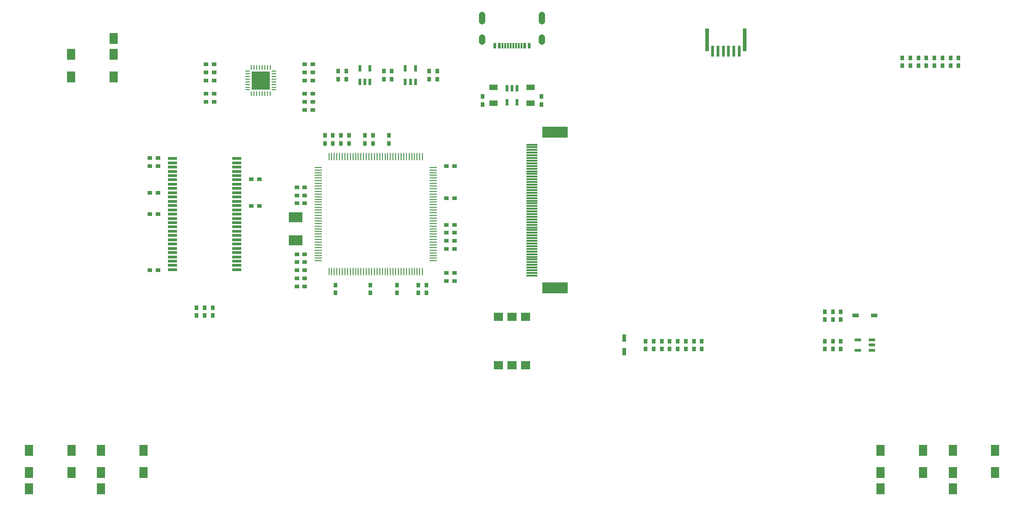
<source format=gbr>
G04 EAGLE Gerber RS-274X export*
G75*
%MOMM*%
%FSLAX34Y34*%
%LPD*%
%INSolderpaste Top*%
%IPPOS*%
%AMOC8*
5,1,8,0,0,1.08239X$1,22.5*%
G01*
%ADD10R,0.900000X0.800000*%
%ADD11R,0.800000X0.900000*%
%ADD12R,2.600000X1.900000*%
%ADD13R,1.150000X0.600000*%
%ADD14R,1.600000X1.000000*%
%ADD15R,1.475000X0.275000*%
%ADD16R,0.275000X1.475000*%
%ADD17R,1.150000X0.800000*%
%ADD18R,0.600000X1.150000*%
%ADD19R,0.275000X0.850000*%
%ADD20R,0.850000X0.275000*%
%ADD21R,3.400000X3.400000*%
%ADD22R,1.650000X2.000000*%
%ADD23R,0.600000X2.000000*%
%ADD24R,0.700000X4.200000*%
%ADD25R,0.600000X1.100000*%
%ADD26R,0.300000X1.100000*%
%ADD27C,1.200000*%
%ADD28R,2.000000X0.300000*%
%ADD29R,4.800000X2.000000*%
%ADD30R,1.800000X0.500000*%
%ADD31R,1.780000X1.520000*%
%ADD32R,0.800000X1.350000*%


D10*
X-402500Y127500D03*
X-387500Y127500D03*
X-402500Y2500D03*
X-387500Y2500D03*
D11*
X-330000Y-55000D03*
X-330000Y-40000D03*
X-265000Y-55000D03*
X-265000Y-40000D03*
X-215000Y-55000D03*
X-215000Y-40000D03*
X-160000Y-55000D03*
X-160000Y-40000D03*
D10*
X-107500Y72500D03*
X-122500Y72500D03*
X-107500Y122500D03*
X-122500Y122500D03*
D11*
X-230000Y240000D03*
X-230000Y225000D03*
X-275000Y240000D03*
X-275000Y225000D03*
X-320000Y240000D03*
X-320000Y225000D03*
X-175000Y-55000D03*
X-175000Y-40000D03*
D10*
X-107500Y182500D03*
X-122500Y182500D03*
D11*
X-305000Y240000D03*
X-305000Y225000D03*
D10*
X-402500Y112500D03*
X-387500Y112500D03*
X-402500Y17500D03*
X-387500Y17500D03*
D12*
X-405000Y86500D03*
X-405000Y43500D03*
D11*
X-335000Y240000D03*
X-335000Y225000D03*
D10*
X-402500Y-12500D03*
X-387500Y-12500D03*
X-402500Y-27500D03*
X-387500Y-27500D03*
X-402500Y-42500D03*
X-387500Y-42500D03*
D13*
X673000Y-162000D03*
X673000Y-152500D03*
X673000Y-143000D03*
X647000Y-143000D03*
X647000Y-162000D03*
D11*
X745000Y385000D03*
X745000Y370000D03*
X730000Y385000D03*
X730000Y370000D03*
X820000Y385000D03*
X820000Y370000D03*
X805000Y385000D03*
X805000Y370000D03*
X790000Y385000D03*
X790000Y370000D03*
X760000Y385000D03*
X760000Y370000D03*
X775000Y385000D03*
X775000Y370000D03*
D10*
X-107500Y-32500D03*
X-122500Y-32500D03*
X-107500Y-17500D03*
X-122500Y-17500D03*
X-662500Y197500D03*
X-677500Y197500D03*
X-662500Y92500D03*
X-677500Y92500D03*
X-662500Y182500D03*
X-677500Y182500D03*
X-662500Y132500D03*
X-677500Y132500D03*
X-487500Y157500D03*
X-472500Y157500D03*
X-487500Y107500D03*
X-472500Y107500D03*
X-662500Y-12500D03*
X-677500Y-12500D03*
D11*
X55000Y297500D03*
X55000Y312500D03*
X-55000Y297500D03*
X-55000Y312500D03*
D14*
X35000Y300000D03*
X35000Y330000D03*
X-35000Y300000D03*
X-35000Y330000D03*
D15*
X-362380Y180000D03*
X-362380Y175000D03*
X-362380Y170000D03*
X-362380Y165000D03*
X-362380Y160000D03*
X-362380Y155000D03*
X-362380Y150000D03*
X-362380Y145000D03*
X-362380Y140000D03*
X-362380Y135000D03*
X-362380Y130000D03*
X-362380Y125000D03*
X-362380Y120000D03*
X-362380Y115000D03*
X-362380Y110000D03*
X-362380Y105000D03*
X-362380Y100000D03*
X-362380Y95000D03*
X-362380Y90000D03*
X-362380Y85000D03*
X-362380Y80000D03*
X-362380Y75000D03*
X-362380Y70000D03*
X-362380Y65000D03*
X-362380Y60000D03*
X-362380Y55000D03*
X-362380Y50000D03*
X-362380Y45000D03*
X-362380Y40000D03*
X-362380Y35000D03*
X-362380Y30000D03*
X-362380Y25000D03*
X-362380Y20000D03*
X-362380Y15000D03*
X-362380Y10000D03*
X-362380Y5000D03*
D16*
X-342500Y-14880D03*
X-337500Y-14880D03*
X-332500Y-14880D03*
X-327500Y-14880D03*
X-322500Y-14880D03*
X-317500Y-14880D03*
X-312500Y-14880D03*
X-307500Y-14880D03*
X-302500Y-14880D03*
X-297500Y-14880D03*
X-292500Y-14880D03*
X-287500Y-14880D03*
X-282500Y-14880D03*
X-277500Y-14880D03*
X-272500Y-14880D03*
X-267500Y-14880D03*
X-262500Y-14880D03*
X-257500Y-14880D03*
X-252500Y-14880D03*
X-247500Y-14880D03*
X-242500Y-14880D03*
X-237500Y-14880D03*
X-232500Y-14880D03*
X-227500Y-14880D03*
X-222500Y-14880D03*
X-217500Y-14880D03*
X-212500Y-14880D03*
X-207500Y-14880D03*
X-202500Y-14880D03*
X-197500Y-14880D03*
X-192500Y-14880D03*
X-187500Y-14880D03*
X-182500Y-14880D03*
X-177500Y-14880D03*
X-172500Y-14880D03*
X-167500Y-14880D03*
D15*
X-147620Y5000D03*
X-147620Y10000D03*
X-147620Y15000D03*
X-147620Y20000D03*
X-147620Y25000D03*
X-147620Y30000D03*
X-147620Y35000D03*
X-147620Y40000D03*
X-147620Y45000D03*
X-147620Y50000D03*
X-147620Y55000D03*
X-147620Y60000D03*
X-147620Y65000D03*
X-147620Y70000D03*
X-147620Y75000D03*
X-147620Y80000D03*
X-147620Y85000D03*
X-147620Y90000D03*
X-147620Y95000D03*
X-147620Y100000D03*
X-147620Y105000D03*
X-147620Y110000D03*
X-147620Y115000D03*
X-147620Y120000D03*
X-147620Y125000D03*
X-147620Y130000D03*
X-147620Y135000D03*
X-147620Y140000D03*
X-147620Y145000D03*
X-147620Y150000D03*
X-147620Y155000D03*
X-147620Y160000D03*
X-147620Y165000D03*
X-147620Y170000D03*
X-147620Y175000D03*
X-147620Y180000D03*
D16*
X-167500Y199880D03*
X-172500Y199880D03*
X-177500Y199880D03*
X-182500Y199880D03*
X-187500Y199880D03*
X-192500Y199880D03*
X-197500Y199880D03*
X-202500Y199880D03*
X-207500Y199880D03*
X-212500Y199880D03*
X-217500Y199880D03*
X-222500Y199880D03*
X-227500Y199880D03*
X-232500Y199880D03*
X-237500Y199880D03*
X-242500Y199880D03*
X-247500Y199880D03*
X-252500Y199880D03*
X-257500Y199880D03*
X-262500Y199880D03*
X-267500Y199880D03*
X-272500Y199880D03*
X-277500Y199880D03*
X-282500Y199880D03*
X-287500Y199880D03*
X-292500Y199880D03*
X-297500Y199880D03*
X-302500Y199880D03*
X-307500Y199880D03*
X-312500Y199880D03*
X-317500Y199880D03*
X-322500Y199880D03*
X-327500Y199880D03*
X-332500Y199880D03*
X-337500Y199880D03*
X-342500Y199880D03*
D10*
X-107500Y27500D03*
X-122500Y27500D03*
X-107500Y42500D03*
X-122500Y42500D03*
X-107500Y57500D03*
X-122500Y57500D03*
D11*
X-350000Y240000D03*
X-350000Y225000D03*
D10*
X-402500Y142500D03*
X-387500Y142500D03*
D17*
X677500Y-97500D03*
X642500Y-97500D03*
D11*
X600000Y-90000D03*
X600000Y-105000D03*
X615000Y-90000D03*
X615000Y-105000D03*
X600000Y-145000D03*
X600000Y-160000D03*
X585000Y-145000D03*
X585000Y-160000D03*
X615000Y-145000D03*
X615000Y-160000D03*
X-260000Y240000D03*
X-260000Y225000D03*
X585000Y-90000D03*
X585000Y-105000D03*
D18*
X9500Y328000D03*
X0Y328000D03*
X-9500Y328000D03*
X-9500Y302000D03*
X9500Y302000D03*
D11*
X835000Y385000D03*
X835000Y370000D03*
D18*
X-284500Y339500D03*
X-275000Y339500D03*
X-265500Y339500D03*
X-265500Y365500D03*
X-284500Y365500D03*
X-199500Y339500D03*
X-190000Y339500D03*
X-180500Y339500D03*
X-180500Y365500D03*
X-199500Y365500D03*
D11*
X-155000Y360000D03*
X-155000Y345000D03*
X-225000Y360000D03*
X-225000Y345000D03*
D10*
X-387500Y302500D03*
X-372500Y302500D03*
D11*
X-310000Y360000D03*
X-310000Y345000D03*
X-140000Y360000D03*
X-140000Y345000D03*
X-240000Y360000D03*
X-240000Y345000D03*
D10*
X-387500Y317500D03*
X-372500Y317500D03*
D11*
X-325000Y360000D03*
X-325000Y345000D03*
D10*
X-387500Y342500D03*
X-372500Y342500D03*
X-387500Y287500D03*
X-372500Y287500D03*
D19*
X-487500Y318000D03*
X-482500Y318000D03*
X-477500Y318000D03*
X-472500Y318000D03*
X-467500Y318000D03*
X-462500Y318000D03*
X-457500Y318000D03*
X-452500Y318000D03*
D20*
X-445500Y325000D03*
X-445500Y330000D03*
X-445500Y335000D03*
X-445500Y340000D03*
X-445500Y345000D03*
X-445500Y350000D03*
X-445500Y355000D03*
X-445500Y360000D03*
D19*
X-452500Y367000D03*
X-457500Y367000D03*
X-462500Y367000D03*
X-467500Y367000D03*
X-472500Y367000D03*
X-477500Y367000D03*
X-482500Y367000D03*
X-487500Y367000D03*
D20*
X-494500Y360000D03*
X-494500Y355000D03*
X-494500Y350000D03*
X-494500Y345000D03*
X-494500Y340000D03*
X-494500Y335000D03*
X-494500Y330000D03*
X-494500Y325000D03*
D21*
X-470000Y342500D03*
D10*
X-372500Y357500D03*
X-387500Y357500D03*
X-372500Y372500D03*
X-387500Y372500D03*
X-572500Y342500D03*
X-557500Y342500D03*
X-572500Y357500D03*
X-557500Y357500D03*
X-557500Y317500D03*
X-572500Y317500D03*
X-557500Y302500D03*
X-572500Y302500D03*
X-557500Y372500D03*
X-572500Y372500D03*
D22*
X-745250Y421000D03*
X-745250Y349000D03*
X-745250Y391000D03*
X-824750Y349000D03*
X-824750Y391000D03*
X-768750Y-421000D03*
X-768750Y-349000D03*
X-768750Y-391000D03*
X-689250Y-349000D03*
X-689250Y-391000D03*
X-903750Y-421000D03*
X-903750Y-349000D03*
X-903750Y-391000D03*
X-824250Y-349000D03*
X-824250Y-391000D03*
D23*
X425000Y397500D03*
X415000Y397500D03*
X405000Y397500D03*
X395000Y397500D03*
X385000Y397500D03*
X375000Y397500D03*
D24*
X435000Y418500D03*
X365000Y418500D03*
D25*
X32000Y407500D03*
X24000Y407500D03*
D26*
X12500Y407500D03*
X2500Y407500D03*
X-2500Y407500D03*
X-12500Y407500D03*
D25*
X-24000Y407500D03*
X-32000Y407500D03*
D26*
X-17500Y407500D03*
X-7500Y407500D03*
X7500Y407500D03*
X17500Y407500D03*
D27*
X56200Y415000D02*
X56200Y423000D01*
X-56200Y423000D02*
X-56200Y415000D01*
X56200Y453000D02*
X56200Y465000D01*
X-56200Y465000D02*
X-56200Y453000D01*
D28*
X37000Y-22500D03*
X37000Y-17500D03*
X37000Y-12500D03*
X37000Y-7500D03*
X37000Y-2500D03*
X37000Y2500D03*
X37000Y7500D03*
X37000Y12500D03*
X37000Y17500D03*
X37000Y22500D03*
X37000Y27500D03*
X37000Y32500D03*
X37000Y37500D03*
X37000Y42500D03*
X37000Y47500D03*
X37000Y52500D03*
X37000Y57500D03*
X37000Y62500D03*
X37000Y67500D03*
X37000Y72500D03*
X37000Y77500D03*
X37000Y82500D03*
X37000Y87500D03*
X37000Y92500D03*
X37000Y97500D03*
X37000Y102500D03*
X37000Y107500D03*
X37000Y112500D03*
X37000Y117500D03*
X37000Y122500D03*
X37000Y127500D03*
X37000Y132500D03*
X37000Y137500D03*
X37000Y142500D03*
X37000Y147500D03*
X37000Y152500D03*
X37000Y157500D03*
X37000Y162500D03*
X37000Y167500D03*
X37000Y172500D03*
X37000Y177500D03*
X37000Y182500D03*
X37000Y187500D03*
X37000Y192500D03*
X37000Y197500D03*
X37000Y202500D03*
X37000Y207500D03*
X37000Y212500D03*
X37000Y217500D03*
X37000Y222500D03*
D29*
X80000Y-45500D03*
X80000Y245500D03*
D30*
X-635000Y196500D03*
X-635000Y188500D03*
X-635000Y180500D03*
X-635000Y172500D03*
X-635000Y164500D03*
X-635000Y156500D03*
X-635000Y148500D03*
X-635000Y140500D03*
X-635000Y132500D03*
X-635000Y124500D03*
X-635000Y116500D03*
X-635000Y108500D03*
X-635000Y100500D03*
X-635000Y92500D03*
X-635000Y84500D03*
X-635000Y76500D03*
X-635000Y68500D03*
X-635000Y60500D03*
X-635000Y52500D03*
X-635000Y44500D03*
X-635000Y36500D03*
X-635000Y28500D03*
X-635000Y20500D03*
X-635000Y12500D03*
X-635000Y4500D03*
X-635000Y-3500D03*
X-635000Y-11500D03*
X-515000Y-11500D03*
X-515000Y-3500D03*
X-515000Y4500D03*
X-515000Y12500D03*
X-515000Y20500D03*
X-515000Y28500D03*
X-515000Y36500D03*
X-515000Y44500D03*
X-515000Y52500D03*
X-515000Y60500D03*
X-515000Y68500D03*
X-515000Y76500D03*
X-515000Y84500D03*
X-515000Y92500D03*
X-515000Y100500D03*
X-515000Y108500D03*
X-515000Y116500D03*
X-515000Y124500D03*
X-515000Y132500D03*
X-515000Y140500D03*
X-515000Y148500D03*
X-515000Y156500D03*
X-515000Y164500D03*
X-515000Y172500D03*
X-515000Y180500D03*
X-515000Y188500D03*
X-515000Y196500D03*
D11*
X-590000Y-97500D03*
X-590000Y-82500D03*
X-575000Y-97500D03*
X-575000Y-82500D03*
X-560000Y-82500D03*
X-560000Y-97500D03*
D22*
X689250Y-421000D03*
X689250Y-349000D03*
X689250Y-391000D03*
X768750Y-349000D03*
X768750Y-391000D03*
X824250Y-421000D03*
X824250Y-349000D03*
X824250Y-391000D03*
X903750Y-349000D03*
X903750Y-391000D03*
D11*
X355000Y-145000D03*
X355000Y-160000D03*
X340000Y-145000D03*
X340000Y-160000D03*
X325000Y-145000D03*
X325000Y-160000D03*
X310000Y-145000D03*
X310000Y-160000D03*
D31*
X-25400Y-190050D03*
X0Y-190050D03*
X25400Y-190050D03*
X25400Y-99950D03*
X0Y-99950D03*
X-25400Y-99950D03*
D11*
X280000Y-145000D03*
X280000Y-160000D03*
D32*
X210000Y-139800D03*
X210000Y-165200D03*
D11*
X295000Y-145000D03*
X295000Y-160000D03*
X265000Y-145000D03*
X265000Y-160000D03*
X250000Y-145000D03*
X250000Y-160000D03*
M02*

</source>
